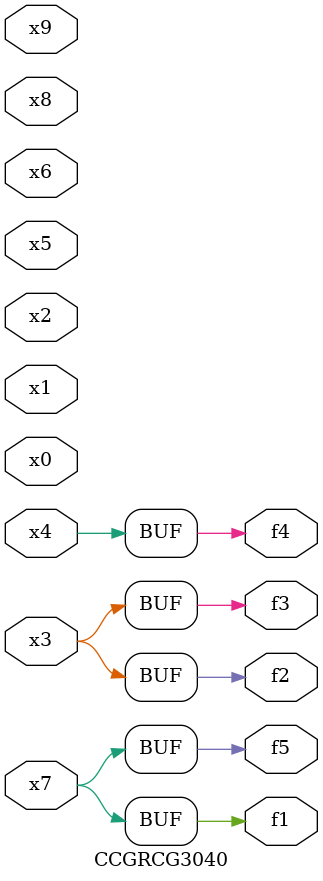
<source format=v>
module CCGRCG3040(
	input x0, x1, x2, x3, x4, x5, x6, x7, x8, x9,
	output f1, f2, f3, f4, f5
);
	assign f1 = x7;
	assign f2 = x3;
	assign f3 = x3;
	assign f4 = x4;
	assign f5 = x7;
endmodule

</source>
